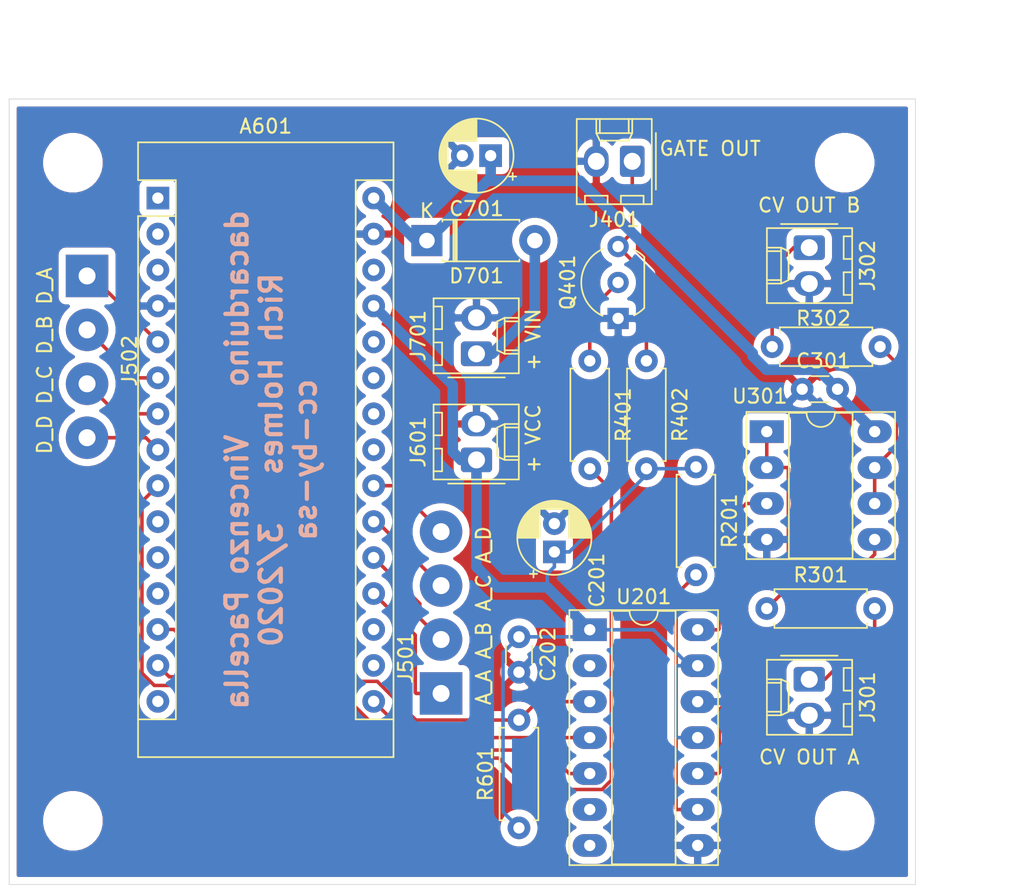
<source format=kicad_pcb>
(kicad_pcb (version 20171130) (host pcbnew 5.1.5-52549c5~84~ubuntu18.04.1)
  (layers (0 F.Cu signal) (31 B.Cu signal) (34 B.Paste user) (35 F.Paste user) (36 B.SilkS user) (37 F.SilkS user) (38 B.Mask user) (39 F.Mask user) (44 Edge.Cuts user))
  (net 0 "")
  (net 1 GND)
  (net 2 VCC)
  (net 3 /Arduino/SCK)
  (net 4 /Arduino/MOSI)
  (net 5 /Arduino/DAC_CS)
  (net 6 /Arduino/D_OUT_B)
  (net 7 /Arduino/D_OUT_A)
  (net 8 /Arduino/A_IN_F)
  (net 9 /Arduino/D_IN_D)
  (net 10 /Arduino/A_IN_E)
  (net 11 /Arduino/D_IN_C)
  (net 12 /Arduino/A_IN_D)
  (net 13 /Arduino/D_IN_B)
  (net 14 /Arduino/A_IN_C)
  (net 15 /Arduino/A_IN_B)
  (net 16 /Arduino/A_IN_A)
  (net 17 "/CV out/DAC_A")
  (net 18 "/CV out/DAC_B")
  (net 19 /Arduino/D_IN_A)
  (net 20 "/CV out/CV_OUT_A")
  (net 21 "/CV out/CV_OUT_B")
  (net 22 "/Gate out/GATE_OUT")
  (net 23 "Net-(A601-Pad15)")
  (net 24 +VIN)
  (net 25 "Net-(A601-Pad28)")
  (net 26 "Net-(A601-Pad12)")
  (net 27 "Net-(A601-Pad11)")
  (net 28 "Net-(A601-Pad26)")
  (net 29 "Net-(A601-Pad25)")
  (net 30 "Net-(A601-Pad3)")
  (net 31 "Net-(A601-Pad18)")
  (net 32 "Net-(A601-Pad2)")
  (net 33 "Net-(A601-Pad17)")
  (net 34 "Net-(A601-Pad1)")
  (net 35 "Net-(D701-Pad2)")
  (net 36 "Net-(Q401-Pad2)")
  (net 37 "Net-(R201-Pad2)")
  (net 38 "Net-(R301-Pad1)")
  (net 39 "Net-(R302-Pad1)")
  (net 40 "Net-(U201-Pad7)")
  (net 41 "Net-(U201-Pad6)")
  (net 42 "Net-(U201-Pad2)")
  (module Module:Arduino_Nano (layer F.Cu) (at 135.5 100)
    (fp_text reference A601 (at 7.62 -5.08) (layer F.SilkS))
    (fp_text value "Arduino_Nano_v3.x 5V")
    (pad 16 thru_hole oval (at 15.24 35.56) (size 1.6 1.6) (drill 0.8) (layers *.Cu *.Mask) (net 3 /Arduino/SCK))
    (pad 15 thru_hole oval (at 0 35.56) (size 1.6 1.6) (drill 0.8) (layers *.Cu *.Mask) (net 23 "Net-(A601-Pad15)"))
    (pad 30 thru_hole oval (at 15.24 0) (size 1.6 1.6) (drill 0.8) (layers *.Cu *.Mask) (net 24 +VIN))
    (pad 14 thru_hole oval (at 0 33.02) (size 1.6 1.6) (drill 0.8) (layers *.Cu *.Mask) (net 4 /Arduino/MOSI))
    (pad 29 thru_hole oval (at 15.24 2.54) (size 1.6 1.6) (drill 0.8) (layers *.Cu *.Mask) (net 1 GND))
    (pad 13 thru_hole oval (at 0 30.48) (size 1.6 1.6) (drill 0.8) (layers *.Cu *.Mask) (net 5 /Arduino/DAC_CS))
    (pad 28 thru_hole oval (at 15.24 5.08) (size 1.6 1.6) (drill 0.8) (layers *.Cu *.Mask) (net 25 "Net-(A601-Pad28)"))
    (pad 12 thru_hole oval (at 0 27.94) (size 1.6 1.6) (drill 0.8) (layers *.Cu *.Mask) (net 26 "Net-(A601-Pad12)"))
    (pad 27 thru_hole oval (at 15.24 7.62) (size 1.6 1.6) (drill 0.8) (layers *.Cu *.Mask) (net 2 VCC))
    (pad 11 thru_hole oval (at 0 25.4) (size 1.6 1.6) (drill 0.8) (layers *.Cu *.Mask) (net 27 "Net-(A601-Pad11)"))
    (pad 26 thru_hole oval (at 15.24 10.16) (size 1.6 1.6) (drill 0.8) (layers *.Cu *.Mask) (net 28 "Net-(A601-Pad26)"))
    (pad 10 thru_hole oval (at 0 22.86) (size 1.6 1.6) (drill 0.8) (layers *.Cu *.Mask) (net 6 /Arduino/D_OUT_B))
    (pad 25 thru_hole oval (at 15.24 12.7) (size 1.6 1.6) (drill 0.8) (layers *.Cu *.Mask) (net 29 "Net-(A601-Pad25)"))
    (pad 9 thru_hole oval (at 0 20.32) (size 1.6 1.6) (drill 0.8) (layers *.Cu *.Mask) (net 7 /Arduino/D_OUT_A))
    (pad 24 thru_hole oval (at 15.24 15.24) (size 1.6 1.6) (drill 0.8) (layers *.Cu *.Mask) (net 8 /Arduino/A_IN_F))
    (pad 8 thru_hole oval (at 0 17.78) (size 1.6 1.6) (drill 0.8) (layers *.Cu *.Mask) (net 9 /Arduino/D_IN_D))
    (pad 23 thru_hole oval (at 15.24 17.78) (size 1.6 1.6) (drill 0.8) (layers *.Cu *.Mask) (net 10 /Arduino/A_IN_E))
    (pad 7 thru_hole oval (at 0 15.24) (size 1.6 1.6) (drill 0.8) (layers *.Cu *.Mask) (net 11 /Arduino/D_IN_C))
    (pad 22 thru_hole oval (at 15.24 20.32) (size 1.6 1.6) (drill 0.8) (layers *.Cu *.Mask) (net 12 /Arduino/A_IN_D))
    (pad 6 thru_hole oval (at 0 12.7) (size 1.6 1.6) (drill 0.8) (layers *.Cu *.Mask) (net 13 /Arduino/D_IN_B))
    (pad 21 thru_hole oval (at 15.24 22.86) (size 1.6 1.6) (drill 0.8) (layers *.Cu *.Mask) (net 14 /Arduino/A_IN_C))
    (pad 5 thru_hole oval (at 0 10.16) (size 1.6 1.6) (drill 0.8) (layers *.Cu *.Mask) (net 19 /Arduino/D_IN_A))
    (pad 20 thru_hole oval (at 15.24 25.4) (size 1.6 1.6) (drill 0.8) (layers *.Cu *.Mask) (net 15 /Arduino/A_IN_B))
    (pad 4 thru_hole oval (at 0 7.62) (size 1.6 1.6) (drill 0.8) (layers *.Cu *.Mask) (net 1 GND))
    (pad 19 thru_hole oval (at 15.24 27.94) (size 1.6 1.6) (drill 0.8) (layers *.Cu *.Mask) (net 16 /Arduino/A_IN_A))
    (pad 3 thru_hole oval (at 0 5.08) (size 1.6 1.6) (drill 0.8) (layers *.Cu *.Mask) (net 30 "Net-(A601-Pad3)"))
    (pad 18 thru_hole oval (at 15.24 30.48) (size 1.6 1.6) (drill 0.8) (layers *.Cu *.Mask) (net 31 "Net-(A601-Pad18)"))
    (pad 2 thru_hole oval (at 0 2.54) (size 1.6 1.6) (drill 0.8) (layers *.Cu *.Mask) (net 32 "Net-(A601-Pad2)"))
    (pad 17 thru_hole oval (at 15.24 33.02) (size 1.6 1.6) (drill 0.8) (layers *.Cu *.Mask) (net 33 "Net-(A601-Pad17)"))
    (pad 1 thru_hole rect (at 0 0) (size 1.6 1.6) (drill 0.8) (layers *.Cu *.Mask) (net 34 "Net-(A601-Pad1)"))
  )
  (module Resistor_THT:R_Axial_DIN0207_L6.3mm_D2.5mm_P7.62mm_Horizontal (layer F.Cu) (at 161 144.5 90)
    (fp_text reference R601 (at 3.81 -2.37 90) (layer F.SilkS))
    (fp_text value 10K)
    (pad 2 thru_hole oval (at 7.62 0 90) (size 1.6 1.6) (drill 0.8) (layers *.Cu *.Mask) (net 5 /Arduino/DAC_CS))
    (pad 1 thru_hole circle (at 0 0 90) (size 1.6 1.6) (drill 0.8) (layers *.Cu *.Mask) (net 2 VCC))
  )
  (module Capacitor_THT:CP_Radial_D5.0mm_P2.00mm (layer F.Cu) (at 163.5 125 90)
    (fp_text reference C201 (at -2 3 90) (layer F.SilkS))
    (fp_text value 10uF)
    (pad 2 thru_hole circle (at 2 0 90) (size 1.6 1.6) (drill 0.8) (layers *.Cu *.Mask) (net 1 GND))
    (pad 1 thru_hole rect (at 0 0 90) (size 1.6 1.6) (drill 0.8) (layers *.Cu *.Mask) (net 2 VCC))
  )
  (module Connector_Wire:SolderWirePad_1x04_P3.81mm_Drill1.2mm (layer F.Cu) (at 130.5 105.5 270)
    (fp_text reference J502 (at 6 -3 90) (layer F.SilkS))
    (fp_text value Conn_01x04)
    (pad 4 thru_hole circle (at 11.43 0 270) (size 2.99974 2.99974) (drill 1.19888) (layers *.Cu *.Mask) (net 9 /Arduino/D_IN_D))
    (pad 3 thru_hole circle (at 7.62 0 270) (size 2.99974 2.99974) (drill 1.19888) (layers *.Cu *.Mask) (net 11 /Arduino/D_IN_C))
    (pad 2 thru_hole circle (at 3.81 0 270) (size 2.99974 2.99974) (drill 1.19888) (layers *.Cu *.Mask) (net 13 /Arduino/D_IN_B))
    (pad 1 thru_hole rect (at 0 0 270) (size 2.99974 2.99974) (drill 1.19888) (layers *.Cu *.Mask) (net 19 /Arduino/D_IN_A))
  )
  (module Connector_Wire:SolderWirePad_1x04_P3.81mm_Drill1.2mm (layer F.Cu) (at 155.5 135 90)
    (fp_text reference J501 (at 2.5 -2.5 90) (layer F.SilkS))
    (fp_text value Conn_01x04)
    (pad 4 thru_hole circle (at 11.43 0 90) (size 2.99974 2.99974) (drill 1.19888) (layers *.Cu *.Mask) (net 12 /Arduino/A_IN_D))
    (pad 3 thru_hole circle (at 7.62 0 90) (size 2.99974 2.99974) (drill 1.19888) (layers *.Cu *.Mask) (net 14 /Arduino/A_IN_C))
    (pad 2 thru_hole circle (at 3.81 0 90) (size 2.99974 2.99974) (drill 1.19888) (layers *.Cu *.Mask) (net 15 /Arduino/A_IN_B))
    (pad 1 thru_hole rect (at 0 0 90) (size 2.99974 2.99974) (drill 1.19888) (layers *.Cu *.Mask) (net 16 /Arduino/A_IN_A))
  )
  (module Connector_Molex:Molex_KK-254_AE-6410-02A_1x02_P2.54mm_Vertical (layer F.Cu) (at 181.5 103.5 270)
    (fp_text reference J302 (at 1.27 -4.12 90) (layer F.SilkS))
    (fp_text value "CV OUT B")
    (pad 2 thru_hole oval (at 2.54 0 270) (size 1.74 2.2) (drill 1.2) (layers *.Cu *.Mask) (net 1 GND))
    (pad 1 thru_hole roundrect (at 0 0 270) (size 1.74 2.2) (drill 1.2) (layers *.Cu *.Mask) (roundrect_rratio 0.143678) (net 21 "/CV out/CV_OUT_B"))
  )
  (module Diode_THT:D_DO-41_SOD81_P7.62mm_Horizontal (layer F.Cu) (at 154.5 103)
    (fp_text reference D701 (at 3.5 2.5) (layer F.SilkS))
    (fp_text value 1N5817)
    (fp_text user K (at 0 -2.1) (layer F.SilkS))
    (pad 2 thru_hole oval (at 7.62 0) (size 2.2 2.2) (drill 1.1) (layers *.Cu *.Mask) (net 35 "Net-(D701-Pad2)"))
    (pad 1 thru_hole rect (at 0 0) (size 2.2 2.2) (drill 1.1) (layers *.Cu *.Mask) (net 24 +VIN))
  )
  (module Connector_Molex:Molex_KK-254_AE-6410-02A_1x02_P2.54mm_Vertical (layer F.Cu) (at 158 111 90)
    (fp_text reference J701 (at 1.27 -4.12 270) (layer F.SilkS))
    (fp_text value Vin)
    (pad 2 thru_hole oval (at 2.54 0 90) (size 1.74 2.2) (drill 1.2) (layers *.Cu *.Mask) (net 1 GND))
    (pad 1 thru_hole roundrect (at 0 0 90) (size 1.74 2.2) (drill 1.2) (layers *.Cu *.Mask) (roundrect_rratio 0.143678) (net 35 "Net-(D701-Pad2)"))
  )
  (module Resistor_THT:R_Axial_DIN0207_L6.3mm_D2.5mm_P7.62mm_Horizontal (layer F.Cu) (at 173.5 119 270)
    (fp_text reference R201 (at 3.81 -2.37 90) (layer F.SilkS))
    (fp_text value 10K)
    (pad 2 thru_hole oval (at 7.62 0 270) (size 1.6 1.6) (drill 0.8) (layers *.Cu *.Mask) (net 37 "Net-(R201-Pad2)"))
    (pad 1 thru_hole circle (at 0 0 270) (size 1.6 1.6) (drill 0.8) (layers *.Cu *.Mask) (net 2 VCC))
  )
  (module Package_DIP:DIP-8_W7.62mm_Socket_LongPads (layer F.Cu) (at 178.5 116.5)
    (fp_text reference U301 (at -0.5 -2.5) (layer F.SilkS))
    (fp_text value MCP6002)
    (pad 1 thru_hole rect (at 0 0) (size 2.4 1.6) (drill 0.8) (layers *.Cu *.Mask) (net 38 "Net-(R301-Pad1)"))
    (pad 5 thru_hole oval (at 7.62 7.62) (size 2.4 1.6) (drill 0.8) (layers *.Cu *.Mask) (net 18 "/CV out/DAC_B"))
    (pad 2 thru_hole oval (at 0 2.54) (size 2.4 1.6) (drill 0.8) (layers *.Cu *.Mask) (net 38 "Net-(R301-Pad1)"))
    (pad 6 thru_hole oval (at 7.62 5.08) (size 2.4 1.6) (drill 0.8) (layers *.Cu *.Mask) (net 39 "Net-(R302-Pad1)"))
    (pad 3 thru_hole oval (at 0 5.08) (size 2.4 1.6) (drill 0.8) (layers *.Cu *.Mask) (net 17 "/CV out/DAC_A"))
    (pad 7 thru_hole oval (at 7.62 2.54) (size 2.4 1.6) (drill 0.8) (layers *.Cu *.Mask) (net 39 "Net-(R302-Pad1)"))
    (pad 4 thru_hole oval (at 0 7.62) (size 2.4 1.6) (drill 0.8) (layers *.Cu *.Mask) (net 1 GND))
    (pad 8 thru_hole oval (at 7.62 0) (size 2.4 1.6) (drill 0.8) (layers *.Cu *.Mask) (net 24 +VIN))
  )
  (module MountingHole:MountingHole_3.2mm_M3 (layer F.Cu) (at 184 97.5 180)
    (fp_text reference H104 hide)
    (fp_text value MountingHole)
    (pad 1 np_thru_hole circle (at 0 0 180) (size 3.2 3.2) (drill 3.2) (layers *.Cu *.Mask))
  )
  (module MountingHole:MountingHole_3.2mm_M3 (layer F.Cu) (at 184 144 180)
    (fp_text reference H103 hide)
    (fp_text value MountingHole)
    (pad 1 np_thru_hole circle (at 0 0 180) (size 3.2 3.2) (drill 3.2) (layers *.Cu *.Mask))
  )
  (module MountingHole:MountingHole_3.2mm_M3 (layer F.Cu) (at 129.5 144)
    (fp_text reference H102 hide)
    (fp_text value MountingHole)
    (pad 1 np_thru_hole circle (at 0 0) (size 3.2 3.2) (drill 3.2) (layers *.Cu *.Mask))
  )
  (module MountingHole:MountingHole_3.2mm_M3 (layer F.Cu) (at 129.5 97.5)
    (fp_text reference H101 hide)
    (fp_text value MountingHole)
    (pad 1 np_thru_hole circle (at 0 0) (size 3.2 3.2) (drill 3.2) (layers *.Cu *.Mask))
  )
  (module Package_DIP:DIP-14_W7.62mm_Socket_LongPads (layer F.Cu) (at 166 130.5)
    (fp_text reference U201 (at 3.81 -2.33) (layer F.SilkS))
    (fp_text value MCP4922)
    (pad 14 thru_hole oval (at 7.62 0) (size 2.4 1.6) (drill 0.8) (layers *.Cu *.Mask) (net 17 "/CV out/DAC_A"))
    (pad 7 thru_hole oval (at 0 15.24) (size 2.4 1.6) (drill 0.8) (layers *.Cu *.Mask) (net 40 "Net-(U201-Pad7)"))
    (pad 13 thru_hole oval (at 7.62 2.54) (size 2.4 1.6) (drill 0.8) (layers *.Cu *.Mask) (net 2 VCC))
    (pad 6 thru_hole oval (at 0 12.7) (size 2.4 1.6) (drill 0.8) (layers *.Cu *.Mask) (net 41 "Net-(U201-Pad6)"))
    (pad 12 thru_hole oval (at 7.62 5.08) (size 2.4 1.6) (drill 0.8) (layers *.Cu *.Mask) (net 1 GND))
    (pad 5 thru_hole oval (at 0 10.16) (size 2.4 1.6) (drill 0.8) (layers *.Cu *.Mask) (net 4 /Arduino/MOSI))
    (pad 11 thru_hole oval (at 7.62 7.62) (size 2.4 1.6) (drill 0.8) (layers *.Cu *.Mask) (net 2 VCC))
    (pad 4 thru_hole oval (at 0 7.62) (size 2.4 1.6) (drill 0.8) (layers *.Cu *.Mask) (net 3 /Arduino/SCK))
    (pad 10 thru_hole oval (at 7.62 10.16) (size 2.4 1.6) (drill 0.8) (layers *.Cu *.Mask) (net 18 "/CV out/DAC_B"))
    (pad 3 thru_hole oval (at 0 5.08) (size 2.4 1.6) (drill 0.8) (layers *.Cu *.Mask) (net 5 /Arduino/DAC_CS))
    (pad 9 thru_hole oval (at 7.62 12.7) (size 2.4 1.6) (drill 0.8) (layers *.Cu *.Mask) (net 37 "Net-(R201-Pad2)"))
    (pad 2 thru_hole oval (at 0 2.54) (size 2.4 1.6) (drill 0.8) (layers *.Cu *.Mask) (net 42 "Net-(U201-Pad2)"))
    (pad 8 thru_hole oval (at 7.62 15.24) (size 2.4 1.6) (drill 0.8) (layers *.Cu *.Mask) (net 1 GND))
    (pad 1 thru_hole rect (at 0 0) (size 2.4 1.6) (drill 0.8) (layers *.Cu *.Mask) (net 2 VCC))
  )
  (module Resistor_THT:R_Axial_DIN0207_L6.3mm_D2.5mm_P7.62mm_Horizontal (layer F.Cu) (at 170 111.5 270)
    (fp_text reference R402 (at 3.81 -2.37 90) (layer F.SilkS))
    (fp_text value 1k)
    (pad 2 thru_hole oval (at 7.62 0 270) (size 1.6 1.6) (drill 0.8) (layers *.Cu *.Mask) (net 2 VCC))
    (pad 1 thru_hole circle (at 0 0 270) (size 1.6 1.6) (drill 0.8) (layers *.Cu *.Mask) (net 22 "/Gate out/GATE_OUT"))
  )
  (module Resistor_THT:R_Axial_DIN0207_L6.3mm_D2.5mm_P7.62mm_Horizontal (layer F.Cu) (at 166 111.5 270)
    (fp_text reference R401 (at 3.81 -2.37 90) (layer F.SilkS))
    (fp_text value 1k)
    (pad 2 thru_hole oval (at 7.62 0 270) (size 1.6 1.6) (drill 0.8) (layers *.Cu *.Mask) (net 7 /Arduino/D_OUT_A))
    (pad 1 thru_hole circle (at 0 0 270) (size 1.6 1.6) (drill 0.8) (layers *.Cu *.Mask) (net 36 "Net-(Q401-Pad2)"))
  )
  (module Resistor_THT:R_Axial_DIN0207_L6.3mm_D2.5mm_P7.62mm_Horizontal (layer F.Cu) (at 186.5 110.5 180)
    (fp_text reference R302 (at 4 2) (layer F.SilkS))
    (fp_text value 1K)
    (pad 1 thru_hole circle (at 0 0 180) (size 1.6 1.6) (drill 0.8) (layers *.Cu *.Mask) (net 39 "Net-(R302-Pad1)"))
    (pad 2 thru_hole oval (at 7.62 0 180) (size 1.6 1.6) (drill 0.8) (layers *.Cu *.Mask) (net 21 "/CV out/CV_OUT_B"))
  )
  (module Resistor_THT:R_Axial_DIN0207_L6.3mm_D2.5mm_P7.62mm_Horizontal (layer F.Cu) (at 178.5 129)
    (fp_text reference R301 (at 3.81 -2.37) (layer F.SilkS))
    (fp_text value 1K)
    (pad 2 thru_hole oval (at 7.62 0) (size 1.6 1.6) (drill 0.8) (layers *.Cu *.Mask) (net 20 "/CV out/CV_OUT_A"))
    (pad 1 thru_hole circle (at 0 0) (size 1.6 1.6) (drill 0.8) (layers *.Cu *.Mask) (net 38 "Net-(R301-Pad1)"))
  )
  (module Package_TO_SOT_THT:TO-92_Inline_Wide (layer F.Cu) (at 168 108.5 90)
    (fp_text reference Q401 (at 2.54 -3.56 90) (layer F.SilkS))
    (fp_text value 2N3904)
    (pad 1 thru_hole rect (at 0 0 180) (size 1.5 1.5) (drill 0.8) (layers *.Cu *.Mask) (net 1 GND))
    (pad 3 thru_hole circle (at 5.08 0 180) (size 1.5 1.5) (drill 0.8) (layers *.Cu *.Mask) (net 22 "/Gate out/GATE_OUT"))
    (pad 2 thru_hole circle (at 2.54 0 180) (size 1.5 1.5) (drill 0.8) (layers *.Cu *.Mask) (net 36 "Net-(Q401-Pad2)"))
  )
  (module Connector_Molex:Molex_KK-254_AE-6410-02A_1x02_P2.54mm_Vertical (layer F.Cu) (at 158 118.5 90)
    (fp_text reference J601 (at 1.27 -4.12 90) (layer F.SilkS))
    (fp_text value VCC)
    (pad 2 thru_hole oval (at 2.54 0 90) (size 1.74 2.2) (drill 1.2) (layers *.Cu *.Mask) (net 1 GND))
    (pad 1 thru_hole roundrect (at 0 0 90) (size 1.74 2.2) (drill 1.2) (layers *.Cu *.Mask) (roundrect_rratio 0.143678) (net 2 VCC))
  )
  (module Connector_Molex:Molex_KK-254_AE-6410-02A_1x02_P2.54mm_Vertical (layer F.Cu) (at 169 97.4 180)
    (fp_text reference J401 (at 1.27 -4.12) (layer F.SilkS))
    (fp_text value "GATE OUT A")
    (pad 2 thru_hole oval (at 2.54 0 180) (size 1.74 2.2) (drill 1.2) (layers *.Cu *.Mask) (net 1 GND))
    (pad 1 thru_hole roundrect (at 0 0 180) (size 1.74 2.2) (drill 1.2) (layers *.Cu *.Mask) (roundrect_rratio 0.143678) (net 22 "/Gate out/GATE_OUT"))
  )
  (module Connector_Molex:Molex_KK-254_AE-6410-02A_1x02_P2.54mm_Vertical (layer F.Cu) (at 181.5 134 270)
    (fp_text reference J301 (at 1.27 -4.12 90) (layer F.SilkS))
    (fp_text value "CV OUT A")
    (pad 1 thru_hole roundrect (at 0 0 270) (size 1.74 2.2) (drill 1.2) (layers *.Cu *.Mask) (roundrect_rratio 0.143678) (net 20 "/CV out/CV_OUT_A"))
    (pad 2 thru_hole oval (at 2.54 0 270) (size 1.74 2.2) (drill 1.2) (layers *.Cu *.Mask) (net 1 GND))
  )
  (module Capacitor_THT:CP_Radial_D5.0mm_P2.00mm (layer F.Cu) (at 159 97 180)
    (fp_text reference C701 (at 1 -3.75) (layer F.SilkS))
    (fp_text value 10uF)
    (pad 2 thru_hole circle (at 2 0 180) (size 1.6 1.6) (drill 0.8) (layers *.Cu *.Mask) (net 1 GND))
    (pad 1 thru_hole rect (at 0 0 180) (size 1.6 1.6) (drill 0.8) (layers *.Cu *.Mask) (net 24 +VIN))
  )
  (module Capacitor_THT:C_Disc_D3.0mm_W1.6mm_P2.50mm (layer F.Cu) (at 183.5 113.5 180)
    (fp_text reference C301 (at 1 2) (layer F.SilkS))
    (fp_text value 0.1uF)
    (pad 1 thru_hole circle (at 0 0 180) (size 1.6 1.6) (drill 0.8) (layers *.Cu *.Mask) (net 24 +VIN))
    (pad 2 thru_hole circle (at 2.5 0 180) (size 1.6 1.6) (drill 0.8) (layers *.Cu *.Mask) (net 1 GND))
  )
  (module Capacitor_THT:C_Disc_D3.0mm_W1.6mm_P2.50mm (layer F.Cu) (at 161 131 270)
    (fp_text reference C202 (at 1.25 -2.05 90) (layer F.SilkS))
    (fp_text value 0.1uF)
    (pad 2 thru_hole circle (at 2.5 0 270) (size 1.6 1.6) (drill 0.8) (layers *.Cu *.Mask) (net 1 GND))
    (pad 1 thru_hole circle (at 0 0 270) (size 1.6 1.6) (drill 0.8) (layers *.Cu *.Mask) (net 2 VCC))
  )
  (gr_text "A_A A_B A_C A_D" (at 158.5 129.5 90) (layer F.SilkS) (effects (font (size 1 1))))
  (gr_text "D_D D_C D_B D_A" (at 127.5 111.5 90) (layer F.SilkS) (effects (font (size 1 1))))
  (gr_text "GATE OUT" (at 174.5 96.5) (layer F.SilkS) (effects (font (size 1 1))))
  (gr_text "+ VCC" (at 162 117 90) (layer F.SilkS) (effects (font (size 1 1))))
  (gr_text "+ VIN" (at 162 110 90) (layer F.SilkS) (effects (font (size 1 1))))
  (gr_text "dacarduino   Vincenzo Pacella\nRich Holmes   3/2020\ncc-by-sa" (at 143.5 118.5 90) (layer B.SilkS) (effects (font (size 1.5 1.5) (thickness 0.3)) (justify mirror)))
  (gr_text "CV OUT A" (at 181.5 139.5) (layer F.SilkS) (effects (font (size 1 1))))
  (gr_line (start 189 148.5) (end 125 148.5) (layer Edge.Cuts) (width 0.05))
  (gr_text "CV OUT B" (at 181.5 100.5) (layer F.SilkS) (effects (font (size 1 1))))
  (gr_line (start 125 148.5) (end 125 93) (layer Edge.Cuts) (width 0.05))
  (gr_line (start 189 93) (end 189 148.5) (layer Edge.Cuts) (width 0.05))
  (gr_line (start 125 93) (end 189 93) (layer Edge.Cuts) (width 0.05))
  (segment (start 156.9 118.5) (end 158 118.5) (width 0.75) (layer B.Cu) (net 2))
  (segment (start 156.32499 117.92499) (end 156.9 118.5) (width 0.75) (layer B.Cu) (net 2))
  (segment (start 156.32499 113.20499) (end 156.32499 117.92499) (width 0.75) (layer B.Cu) (net 2))
  (segment (start 150.74 107.62) (end 156.32499 113.20499) (width 0.75) (layer B.Cu) (net 2))
  (segment (start 172.17 138.12) (end 173.62 138.12) (width 0.25) (layer B.Cu) (net 2))
  (segment (start 172.09499 138.04499) (end 172.17 138.12) (width 0.25) (layer B.Cu) (net 2))
  (segment (start 172.09499 133.11501) (end 172.09499 138.04499) (width 0.25) (layer B.Cu) (net 2))
  (segment (start 172.17 133.04) (end 172.09499 133.11501) (width 0.25) (layer B.Cu) (net 2))
  (segment (start 173.62 133.04) (end 172.17 133.04) (width 0.25) (layer B.Cu) (net 2))
  (segment (start 173.04 133.04) (end 173.62 133.04) (width 0.25) (layer B.Cu) (net 2))
  (segment (start 166 130.5) (end 170.5 130.5) (width 0.25) (layer B.Cu) (net 2))
  (segment (start 170.5 130.5) (end 173.04 133.04) (width 0.25) (layer B.Cu) (net 2))
  (segment (start 159.45 127.5) (end 163 127.5) (width 0.75) (layer B.Cu) (net 2))
  (segment (start 158 126.05) (end 159.45 127.5) (width 0.75) (layer B.Cu) (net 2))
  (segment (start 158 118.5) (end 158 126.05) (width 0.75) (layer B.Cu) (net 2))
  (segment (start 163 127.5) (end 166 130.5) (width 0.75) (layer B.Cu) (net 2))
  (segment (start 165.5 131) (end 166 130.5) (width 0.25) (layer B.Cu) (net 2))
  (segment (start 161 131) (end 165.5 131) (width 0.25) (layer B.Cu) (net 2))
  (segment (start 173.38 119.12) (end 173.5 119) (width 0.25) (layer B.Cu) (net 2))
  (segment (start 170 119.12) (end 173.38 119.12) (width 0.25) (layer B.Cu) (net 2))
  (segment (start 163 126.55) (end 163 127.5) (width 0.25) (layer B.Cu) (net 2))
  (segment (start 163.5 126.05) (end 163 126.55) (width 0.25) (layer B.Cu) (net 2))
  (segment (start 163.5 125) (end 163.5 126.05) (width 0.25) (layer B.Cu) (net 2))
  (segment (start 164.55 125) (end 170 119.55) (width 0.25) (layer B.Cu) (net 2))
  (segment (start 170 119.55) (end 170 119.12) (width 0.25) (layer B.Cu) (net 2))
  (segment (start 163.5 125) (end 164.55 125) (width 0.25) (layer B.Cu) (net 2))
  (segment (start 159.874999 132.125001) (end 160.200001 131.799999) (width 0.25) (layer B.Cu) (net 2))
  (segment (start 160.200001 131.799999) (end 161 131) (width 0.25) (layer B.Cu) (net 2))
  (segment (start 159.874999 143.374999) (end 159.874999 132.125001) (width 0.25) (layer B.Cu) (net 2))
  (segment (start 161 144.5) (end 159.874999 143.374999) (width 0.25) (layer B.Cu) (net 2))
  (segment (start 153.3 138.12) (end 166 138.12) (width 0.25) (layer F.Cu) (net 3))
  (segment (start 150.74 135.56) (end 153.3 138.12) (width 0.25) (layer F.Cu) (net 3))
  (segment (start 152.5 139) (end 162.89 139) (width 0.25) (layer F.Cu) (net 4))
  (segment (start 135.5 133.02) (end 136.299999 133.819999) (width 0.25) (layer F.Cu) (net 4))
  (segment (start 164.55 140.66) (end 166 140.66) (width 0.25) (layer F.Cu) (net 4))
  (segment (start 147.319999 133.819999) (end 152.5 139) (width 0.25) (layer F.Cu) (net 4))
  (segment (start 136.299999 133.819999) (end 147.319999 133.819999) (width 0.25) (layer F.Cu) (net 4))
  (segment (start 162.89 139) (end 164.55 140.66) (width 0.25) (layer F.Cu) (net 4))
  (segment (start 162.3 135.58) (end 161 136.88) (width 0.25) (layer F.Cu) (net 5))
  (segment (start 166 135.58) (end 162.3 135.58) (width 0.25) (layer F.Cu) (net 5))
  (segment (start 147.13641 133) (end 139.15137 133) (width 0.25) (layer F.Cu) (net 5))
  (segment (start 148.281411 134.145001) (end 147.13641 133) (width 0.25) (layer F.Cu) (net 5))
  (segment (start 136.63137 130.48) (end 135.5 130.48) (width 0.25) (layer F.Cu) (net 5))
  (segment (start 150.990003 134.145001) (end 148.281411 134.145001) (width 0.25) (layer F.Cu) (net 5))
  (segment (start 153.725002 136.88) (end 150.990003 134.145001) (width 0.25) (layer F.Cu) (net 5))
  (segment (start 161 136.88) (end 153.725002 136.88) (width 0.25) (layer F.Cu) (net 5))
  (segment (start 139.15137 133) (end 136.63137 130.48) (width 0.25) (layer F.Cu) (net 5))
  (segment (start 134.374999 121.445001) (end 135.5 120.32) (width 0.25) (layer F.Cu) (net 7))
  (segment (start 147.298589 134.434999) (end 135.249997 134.434999) (width 0.25) (layer F.Cu) (net 7))
  (segment (start 152.431795 139.568205) (end 147.298589 134.434999) (width 0.25) (layer F.Cu) (net 7))
  (segment (start 166 119.12) (end 167.52501 120.64501) (width 0.25) (layer F.Cu) (net 7))
  (segment (start 167.52501 120.64501) (end 167.52501 141.125994) (width 0.25) (layer F.Cu) (net 7))
  (segment (start 161.78501 141.78501) (end 159.568205 139.568205) (width 0.25) (layer F.Cu) (net 7))
  (segment (start 134.374999 133.560001) (end 134.374999 121.445001) (width 0.25) (layer F.Cu) (net 7))
  (segment (start 167.52501 141.125994) (end 166.865994 141.78501) (width 0.25) (layer F.Cu) (net 7))
  (segment (start 166.865994 141.78501) (end 161.78501 141.78501) (width 0.25) (layer F.Cu) (net 7))
  (segment (start 135.249997 134.434999) (end 134.374999 133.560001) (width 0.25) (layer F.Cu) (net 7))
  (segment (start 159.568205 139.568205) (end 152.431795 139.568205) (width 0.25) (layer F.Cu) (net 7))
  (segment (start 134.65 116.93) (end 135.5 117.78) (width 0.25) (layer F.Cu) (net 9))
  (segment (start 130.5 116.93) (end 134.65 116.93) (width 0.25) (layer F.Cu) (net 9))
  (segment (start 132.62 115.24) (end 135.5 115.24) (width 0.25) (layer F.Cu) (net 11))
  (segment (start 130.5 113.12) (end 132.62 115.24) (width 0.25) (layer F.Cu) (net 11))
  (segment (start 152.25 120.32) (end 150.74 120.32) (width 0.25) (layer F.Cu) (net 12))
  (segment (start 155.5 123.57) (end 152.25 120.32) (width 0.25) (layer F.Cu) (net 12))
  (segment (start 133.89 112.7) (end 135.5 112.7) (width 0.25) (layer F.Cu) (net 13))
  (segment (start 130.5 109.31) (end 133.89 112.7) (width 0.25) (layer F.Cu) (net 13))
  (segment (start 150.98 122.86) (end 150.74 122.86) (width 0.25) (layer F.Cu) (net 14))
  (segment (start 155.5 127.38) (end 150.98 122.86) (width 0.25) (layer F.Cu) (net 14))
  (segment (start 151.539999 126.199999) (end 150.74 125.4) (width 0.25) (layer F.Cu) (net 15))
  (segment (start 154.000131 128.660131) (end 151.539999 126.199999) (width 0.25) (layer F.Cu) (net 15))
  (segment (start 154.000131 129.690131) (end 154.000131 128.660131) (width 0.25) (layer F.Cu) (net 15))
  (segment (start 155.5 131.19) (end 154.000131 129.690131) (width 0.25) (layer F.Cu) (net 15))
  (segment (start 153.675129 134.924999) (end 153.675129 130.875129) (width 0.25) (layer F.Cu) (net 16))
  (segment (start 151.539999 128.739999) (end 150.74 127.94) (width 0.25) (layer F.Cu) (net 16))
  (segment (start 153.675129 130.875129) (end 151.539999 128.739999) (width 0.25) (layer F.Cu) (net 16))
  (segment (start 153.75013 135) (end 153.675129 134.924999) (width 0.25) (layer F.Cu) (net 16))
  (segment (start 155.5 135) (end 153.75013 135) (width 0.25) (layer F.Cu) (net 16))
  (segment (start 178.5 121.58) (end 178.5 122.128996) (width 0.25) (layer F.Cu) (net 17))
  (segment (start 175.07 130.5) (end 173.62 130.5) (width 0.25) (layer F.Cu) (net 17))
  (segment (start 175.125001 123.504999) (end 175.125001 130.444999) (width 0.25) (layer F.Cu) (net 17))
  (segment (start 175.125001 130.444999) (end 175.07 130.5) (width 0.25) (layer F.Cu) (net 17))
  (segment (start 177.05 121.58) (end 175.125001 123.504999) (width 0.25) (layer F.Cu) (net 17))
  (segment (start 178.5 121.58) (end 177.05 121.58) (width 0.25) (layer F.Cu) (net 17))
  (segment (start 175.07 140.66) (end 173.62 140.66) (width 0.25) (layer F.Cu) (net 18))
  (segment (start 175.14501 140.58499) (end 175.07 140.66) (width 0.25) (layer F.Cu) (net 18))
  (segment (start 186.12 125.17) (end 175.14501 136.14499) (width 0.25) (layer F.Cu) (net 18))
  (segment (start 175.14501 136.14499) (end 175.14501 140.58499) (width 0.25) (layer F.Cu) (net 18))
  (segment (start 186.12 124.12) (end 186.12 125.17) (width 0.25) (layer F.Cu) (net 18))
  (segment (start 130.84 105.5) (end 135.5 110.16) (width 0.25) (layer F.Cu) (net 19))
  (segment (start 130.5 105.5) (end 130.84 105.5) (width 0.25) (layer F.Cu) (net 19))
  (segment (start 186.12 130.48) (end 186.12 129) (width 0.25) (layer F.Cu) (net 20))
  (segment (start 182.6 134) (end 186.12 130.48) (width 0.25) (layer F.Cu) (net 20))
  (segment (start 181.5 134) (end 182.6 134) (width 0.25) (layer F.Cu) (net 20))
  (segment (start 178.88 105.02) (end 178.88 110.5) (width 0.25) (layer F.Cu) (net 21))
  (segment (start 180.4 103.5) (end 178.88 105.02) (width 0.25) (layer F.Cu) (net 21))
  (segment (start 181.5 103.5) (end 180.4 103.5) (width 0.25) (layer F.Cu) (net 21))
  (segment (start 169 102.42) (end 168 103.42) (width 0.25) (layer F.Cu) (net 22))
  (segment (start 169 97.4) (end 169 102.42) (width 0.25) (layer F.Cu) (net 22))
  (segment (start 170 105.42) (end 170 111.5) (width 0.25) (layer F.Cu) (net 22))
  (segment (start 168 103.42) (end 170 105.42) (width 0.25) (layer F.Cu) (net 22))
  (segment (start 153.74 103) (end 150.74 100) (width 0.75) (layer B.Cu) (net 24))
  (segment (start 154.5 103) (end 153.74 103) (width 0.75) (layer B.Cu) (net 24))
  (segment (start 154.55 103) (end 154.5 103) (width 0.75) (layer B.Cu) (net 24))
  (segment (start 159 97) (end 159 98.55) (width 0.75) (layer B.Cu) (net 24))
  (segment (start 182.124999 112.124999) (end 183.5 113.5) (width 0.75) (layer B.Cu) (net 24))
  (segment (start 178.469997 112.124999) (end 182.124999 112.124999) (width 0.75) (layer B.Cu) (net 24))
  (segment (start 177.504999 111.160001) (end 178.469997 112.124999) (width 0.75) (layer B.Cu) (net 24))
  (segment (start 177.504999 110.963997) (end 177.504999 111.160001) (width 0.75) (layer B.Cu) (net 24))
  (segment (start 165.316002 98.775) (end 177.504999 110.963997) (width 0.75) (layer B.Cu) (net 24))
  (segment (start 158.775 98.775) (end 165.316002 98.775) (width 0.75) (layer B.Cu) (net 24))
  (segment (start 159 98.55) (end 158.775 98.775) (width 0.75) (layer B.Cu) (net 24))
  (segment (start 158.775 98.775) (end 154.55 103) (width 0.75) (layer B.Cu) (net 24))
  (segment (start 183.5 113.88) (end 186.12 116.5) (width 0.75) (layer B.Cu) (net 24))
  (segment (start 183.5 113.5) (end 183.5 113.88) (width 0.75) (layer B.Cu) (net 24))
  (segment (start 162.12 107.98) (end 162.12 103) (width 0.75) (layer B.Cu) (net 35))
  (segment (start 159.1 111) (end 162.12 107.98) (width 0.75) (layer B.Cu) (net 35))
  (segment (start 158 111) (end 159.1 111) (width 0.75) (layer B.Cu) (net 35))
  (segment (start 166 107.96) (end 166 111.5) (width 0.25) (layer F.Cu) (net 36))
  (segment (start 168 105.96) (end 166 107.96) (width 0.25) (layer F.Cu) (net 36))
  (segment (start 172.17 143.2) (end 173.62 143.2) (width 0.25) (layer F.Cu) (net 37))
  (segment (start 172.09499 128.02501) (end 172.09499 143.12499) (width 0.25) (layer F.Cu) (net 37))
  (segment (start 172.09499 143.12499) (end 172.17 143.2) (width 0.25) (layer F.Cu) (net 37))
  (segment (start 173.5 126.62) (end 172.09499 128.02501) (width 0.25) (layer F.Cu) (net 37))
  (segment (start 178.5 116.5) (end 178.5 119.04) (width 0.25) (layer F.Cu) (net 38))
  (segment (start 179.95 119.04) (end 178.5 119.04) (width 0.25) (layer F.Cu) (net 38))
  (segment (start 180.02501 119.11501) (end 179.95 119.04) (width 0.25) (layer F.Cu) (net 38))
  (segment (start 180.02501 127.47499) (end 180.02501 119.11501) (width 0.25) (layer F.Cu) (net 38))
  (segment (start 178.5 129) (end 180.02501 127.47499) (width 0.25) (layer F.Cu) (net 38))
  (segment (start 186.12 122.04) (end 186.52 122.04) (width 0.25) (layer F.Cu) (net 39))
  (segment (start 187.64501 117.51499) (end 186.12 119.04) (width 0.25) (layer F.Cu) (net 39))
  (segment (start 186.5 110.5) (end 187.64501 111.64501) (width 0.25) (layer F.Cu) (net 39))
  (segment (start 187.64501 111.64501) (end 187.64501 117.51499) (width 0.25) (layer F.Cu) (net 39))
  (segment (start 186.12 119.04) (end 186.12 121.58) (width 0.25) (layer F.Cu) (net 39))
  (zone (net 1) (net_name GND) (layer F.Cu) (connect_pads (clearance 0.508)) (min_thickness 0.254) (fill yes (arc_segments 32) (thermal_gap 0.508) (thermal_bridge_width 0.508))
    (polygon (pts (xy 189 148.5) (xy 125 148.5) (xy 125 93) (xy 189 93)))
  )
  (zone (net 1) (net_name GND) (layer B.Cu) (connect_pads (clearance 0.508)) (min_thickness 0.254) (fill yes (arc_segments 32) (thermal_gap 0.508) (thermal_bridge_width 0.508))
    (polygon (pts (xy 189 148.5) (xy 125 148.5) (xy 125 93) (xy 189 93)))
  )
)
</source>
